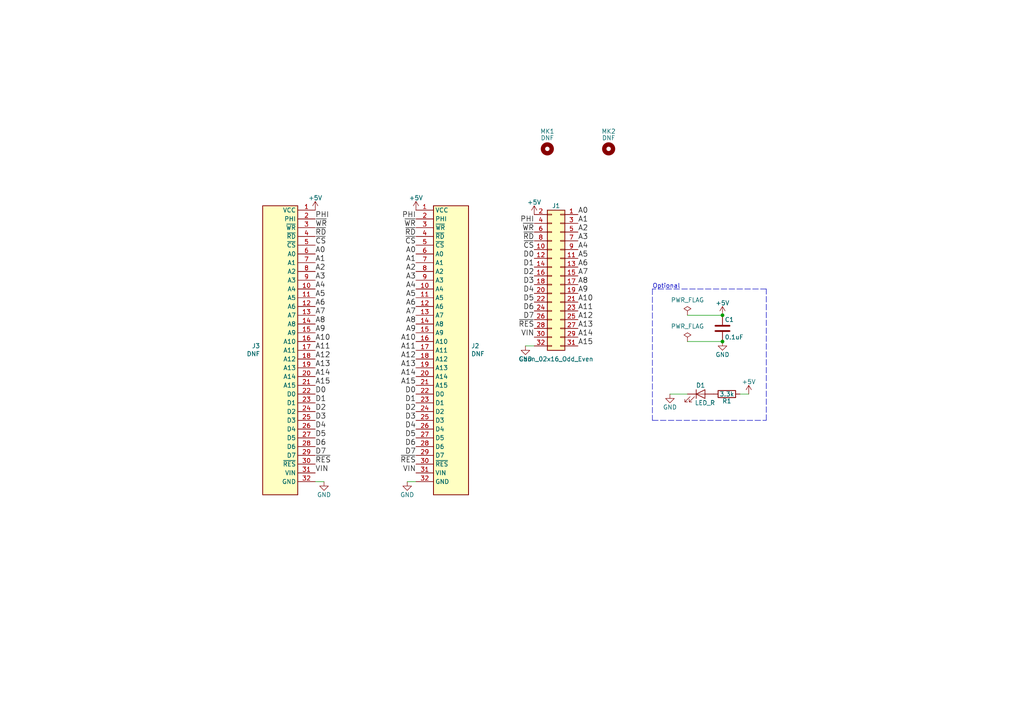
<source format=kicad_sch>
(kicad_sch (version 20211123) (generator eeschema)
  (paper "A4")
  (title_block (title "GB-BRK-CART") (rev "v4.0") (company "https://gekkio.fi"))
  (lib_symbols
    (symbol "Connector_Generic:Conn_02x16_Odd_Even" (pin_names (offset 1.016) hide)
      (property "Reference" "J" (at 1.27 20.32 0))
      (property "Value" "Conn_02x16_Odd_Even" (at 1.27 -22.86 0))
      (symbol "Conn_02x16_Odd_Even_1_1"
        (rectangle (start -1.27 -20.193) (end 0 -20.447) (stroke (width 0.1524)))
        (rectangle (start -1.27 -17.653) (end 0 -17.907) (stroke (width 0.1524)))
        (rectangle (start -1.27 -15.113) (end 0 -15.367) (stroke (width 0.1524)))
        (rectangle (start -1.27 -12.573) (end 0 -12.827) (stroke (width 0.1524)))
        (rectangle (start -1.27 -10.033) (end 0 -10.287) (stroke (width 0.1524)))
        (rectangle (start -1.27 -7.493) (end 0 -7.747) (stroke (width 0.1524)))
        (rectangle (start -1.27 -4.953) (end 0 -5.207) (stroke (width 0.1524)))
        (rectangle (start -1.27 -2.413) (end 0 -2.667) (stroke (width 0.1524)))
        (rectangle (start -1.27 0.127) (end 0 -0.127) (stroke (width 0.1524)))
        (rectangle (start -1.27 2.667) (end 0 2.413) (stroke (width 0.1524)))
        (rectangle (start -1.27 5.207) (end 0 4.953) (stroke (width 0.1524)))
        (rectangle (start -1.27 7.747) (end 0 7.493) (stroke (width 0.1524)))
        (rectangle (start -1.27 10.287) (end 0 10.033) (stroke (width 0.1524)))
        (rectangle (start -1.27 12.827) (end 0 12.573) (stroke (width 0.1524)))
        (rectangle (start -1.27 15.367) (end 0 15.113) (stroke (width 0.1524)))
        (rectangle (start -1.27 17.907) (end 0 17.653) (stroke (width 0.1524)))
        (rectangle (start -1.27 19.05) (end 3.81 -21.59) (stroke (width 0.254)) (fill (type background)))
        (rectangle (start 3.81 -20.193) (end 2.54 -20.447) (stroke (width 0.1524)))
        (rectangle (start 3.81 -17.653) (end 2.54 -17.907) (stroke (width 0.1524)))
        (rectangle (start 3.81 -15.113) (end 2.54 -15.367) (stroke (width 0.1524)))
        (rectangle (start 3.81 -12.573) (end 2.54 -12.827) (stroke (width 0.1524)))
        (rectangle (start 3.81 -10.033) (end 2.54 -10.287) (stroke (width 0.1524)))
        (rectangle (start 3.81 -7.493) (end 2.54 -7.747) (stroke (width 0.1524)))
        (rectangle (start 3.81 -4.953) (end 2.54 -5.207) (stroke (width 0.1524)))
        (rectangle (start 3.81 -2.413) (end 2.54 -2.667) (stroke (width 0.1524)))
        (rectangle (start 3.81 0.127) (end 2.54 -0.127) (stroke (width 0.1524)))
        (rectangle (start 3.81 2.667) (end 2.54 2.413) (stroke (width 0.1524)))
        (rectangle (start 3.81 5.207) (end 2.54 4.953) (stroke (width 0.1524)))
        (rectangle (start 3.81 7.747) (end 2.54 7.493) (stroke (width 0.1524)))
        (rectangle (start 3.81 10.287) (end 2.54 10.033) (stroke (width 0.1524)))
        (rectangle (start 3.81 12.827) (end 2.54 12.573) (stroke (width 0.1524)))
        (rectangle (start 3.81 15.367) (end 2.54 15.113) (stroke (width 0.1524)))
        (rectangle (start 3.81 17.907) (end 2.54 17.653) (stroke (width 0.1524)))
        (pin passive line (at -5.08 17.78 0) (length 3.81) (name "Pin_1") (number "1"))
        (pin passive line (at 7.62 7.62 180) (length 3.81) (name "Pin_10") (number "10"))
        (pin passive line (at -5.08 5.08 0) (length 3.81) (name "Pin_11") (number "11"))
        (pin passive line (at 7.62 5.08 180) (length 3.81) (name "Pin_12") (number "12"))
        (pin passive line (at -5.08 2.54 0) (length 3.81) (name "Pin_13") (number "13"))
        (pin passive line (at 7.62 2.54 180) (length 3.81) (name "Pin_14") (number "14"))
        (pin passive line (at -5.08 0 0) (length 3.81) (name "Pin_15") (number "15"))
        (pin passive line (at 7.62 0 180) (length 3.81) (name "Pin_16") (number "16"))
        (pin passive line (at -5.08 -2.54 0) (length 3.81) (name "Pin_17") (number "17"))
        (pin passive line (at 7.62 -2.54 180) (length 3.81) (name "Pin_18") (number "18"))
        (pin passive line (at -5.08 -5.08 0) (length 3.81) (name "Pin_19") (number "19"))
        (pin passive line (at 7.62 17.78 180) (length 3.81) (name "Pin_2") (number "2"))
        (pin passive line (at 7.62 -5.08 180) (length 3.81) (name "Pin_20") (number "20"))
        (pin passive line (at -5.08 -7.62 0) (length 3.81) (name "Pin_21") (number "21"))
        (pin passive line (at 7.62 -7.62 180) (length 3.81) (name "Pin_22") (number "22"))
        (pin passive line (at -5.08 -10.16 0) (length 3.81) (name "Pin_23") (number "23"))
        (pin passive line (at 7.62 -10.16 180) (length 3.81) (name "Pin_24") (number "24"))
        (pin passive line (at -5.08 -12.7 0) (length 3.81) (name "Pin_25") (number "25"))
        (pin passive line (at 7.62 -12.7 180) (length 3.81) (name "Pin_26") (number "26"))
        (pin passive line (at -5.08 -15.24 0) (length 3.81) (name "Pin_27") (number "27"))
        (pin passive line (at 7.62 -15.24 180) (length 3.81) (name "Pin_28") (number "28"))
        (pin passive line (at -5.08 -17.78 0) (length 3.81) (name "Pin_29") (number "29"))
        (pin passive line (at -5.08 15.24 0) (length 3.81) (name "Pin_3") (number "3"))
        (pin passive line (at 7.62 -17.78 180) (length 3.81) (name "Pin_30") (number "30"))
        (pin passive line (at -5.08 -20.32 0) (length 3.81) (name "Pin_31") (number "31"))
        (pin passive line (at 7.62 -20.32 180) (length 3.81) (name "Pin_32") (number "32"))
        (pin passive line (at 7.62 15.24 180) (length 3.81) (name "Pin_4") (number "4"))
        (pin passive line (at -5.08 12.7 0) (length 3.81) (name "Pin_5") (number "5"))
        (pin passive line (at 7.62 12.7 180) (length 3.81) (name "Pin_6") (number "6"))
        (pin passive line (at -5.08 10.16 0) (length 3.81) (name "Pin_7") (number "7"))
        (pin passive line (at 7.62 10.16 180) (length 3.81) (name "Pin_8") (number "8"))
        (pin passive line (at -5.08 7.62 0) (length 3.81) (name "Pin_9") (number "9"))
      )
    )
    (symbol "Device:C" (pin_numbers hide) (pin_names (offset 0.254))
      (property "Reference" "C" (at 0.635 2.54 0))
      (property "Value" "C" (at 0.635 -2.54 0))
      (symbol "C_0_1"
        (polyline (pts (xy -2.032 -0.762) (xy 2.032 -0.762)) (stroke (width 0.508)))
        (polyline (pts (xy -2.032 0.762) (xy 2.032 0.762)) (stroke (width 0.508)))
      )
      (symbol "C_1_1"
        (pin passive line (at 0 3.81 270) (length 2.794) (name "~") (number "1"))
        (pin passive line (at 0 -3.81 90) (length 2.794) (name "~") (number "2"))
      )
    )
    (symbol "Device:LED" (pin_numbers hide) (pin_names (offset 1.016) hide)
      (property "Reference" "D" (at 0 2.54 0))
      (property "Value" "LED" (at 0 -2.54 0))
      (symbol "LED_0_1"
        (polyline (pts (xy -1.27 -1.27) (xy -1.27 1.27)) (stroke (width 0.2032)))
        (polyline (pts (xy -1.27 0) (xy 1.27 0)))
        (polyline (pts (xy 1.27 -1.27) (xy 1.27 1.27) (xy -1.27 0) (xy 1.27 -1.27)) (stroke (width 0.2032)))
        (polyline (pts (xy -3.048 -0.762) (xy -4.572 -2.286) (xy -3.81 -2.286) (xy -4.572 -2.286) (xy -4.572 -1.524)))
        (polyline (pts (xy -1.778 -0.762) (xy -3.302 -2.286) (xy -2.54 -2.286) (xy -3.302 -2.286) (xy -3.302 -1.524)))
      )
      (symbol "LED_1_1"
        (pin passive line (at -3.81 0 0) (length 2.54) (name "K") (number "1"))
        (pin passive line (at 3.81 0 180) (length 2.54) (name "A") (number "2"))
      )
    )
    (symbol "Device:R" (pin_numbers hide) (pin_names (offset 0))
      (property "Reference" "R" (at 2.032 0 90))
      (property "Value" "R" (at 0 0 90))
      (symbol "R_0_1"
        (rectangle (start -1.016 -2.54) (end 1.016 2.54) (stroke (width 0.254)))
      )
      (symbol "R_1_1"
        (pin passive line (at 0 3.81 270) (length 1.27) (name "~") (number "1"))
        (pin passive line (at 0 -3.81 90) (length 1.27) (name "~") (number "2"))
      )
    )
    (symbol "Gekkio_Connector_Specialized:GameBoy_Cartridge"
      (property "Reference" "J" (at -2.54 43.18 0))
      (property "Value" "GameBoy_Cartridge" (at -2.54 -43.18 0))
      (symbol "GameBoy_Cartridge_0_1"
        (rectangle (start -5.08 41.91) (end 5.08 -41.91) (stroke (width 0.254)) (fill (type background)))
      )
      (symbol "GameBoy_Cartridge_1_1"
        (pin passive line (at -10.16 40.64 0) (length 5.08) (name "VCC") (number "1"))
        (pin passive line (at -10.16 17.78 0) (length 5.08) (name "A4") (number "10"))
        (pin passive line (at -10.16 15.24 0) (length 5.08) (name "A5") (number "11"))
        (pin passive line (at -10.16 12.7 0) (length 5.08) (name "A6") (number "12"))
        (pin passive line (at -10.16 10.16 0) (length 5.08) (name "A7") (number "13"))
        (pin passive line (at -10.16 7.62 0) (length 5.08) (name "A8") (number "14"))
        (pin passive line (at -10.16 5.08 0) (length 5.08) (name "A9") (number "15"))
        (pin passive line (at -10.16 2.54 0) (length 5.08) (name "A10") (number "16"))
        (pin passive line (at -10.16 0 0) (length 5.08) (name "A11") (number "17"))
        (pin passive line (at -10.16 -2.54 0) (length 5.08) (name "A12") (number "18"))
        (pin passive line (at -10.16 -5.08 0) (length 5.08) (name "A13") (number "19"))
        (pin passive line (at -10.16 38.1 0) (length 5.08) (name "PHI") (number "2"))
        (pin passive line (at -10.16 -7.62 0) (length 5.08) (name "A14") (number "20"))
        (pin passive line (at -10.16 -10.16 0) (length 5.08) (name "A15") (number "21"))
        (pin passive line (at -10.16 -12.7 0) (length 5.08) (name "D0") (number "22"))
        (pin passive line (at -10.16 -15.24 0) (length 5.08) (name "D1") (number "23"))
        (pin passive line (at -10.16 -17.78 0) (length 5.08) (name "D2") (number "24"))
        (pin passive line (at -10.16 -20.32 0) (length 5.08) (name "D3") (number "25"))
        (pin passive line (at -10.16 -22.86 0) (length 5.08) (name "D4") (number "26"))
        (pin passive line (at -10.16 -25.4 0) (length 5.08) (name "D5") (number "27"))
        (pin passive line (at -10.16 -27.94 0) (length 5.08) (name "D6") (number "28"))
        (pin passive line (at -10.16 -30.48 0) (length 5.08) (name "D7") (number "29"))
        (pin passive line (at -10.16 35.56 0) (length 5.08) (name "~{WR}") (number "3"))
        (pin passive line (at -10.16 -33.02 0) (length 5.08) (name "~{RES}") (number "30"))
        (pin passive line (at -10.16 -35.56 0) (length 5.08) (name "VIN") (number "31"))
        (pin passive line (at -10.16 -38.1 0) (length 5.08) (name "GND") (number "32"))
        (pin passive line (at -10.16 33.02 0) (length 5.08) (name "~{RD}") (number "4"))
        (pin passive line (at -10.16 30.48 0) (length 5.08) (name "~{CS}") (number "5"))
        (pin passive line (at -10.16 27.94 0) (length 5.08) (name "A0") (number "6"))
        (pin passive line (at -10.16 25.4 0) (length 5.08) (name "A1") (number "7"))
        (pin passive line (at -10.16 22.86 0) (length 5.08) (name "A2") (number "8"))
        (pin passive line (at -10.16 20.32 0) (length 5.08) (name "A3") (number "9"))
      )
    )
    (symbol "Mechanical:Mounting_Hole" (pin_names (offset 1.016))
      (property "Reference" "MK" (at 0 5.08 0))
      (property "Value" "Mounting_Hole" (at 0 3.175 0))
      (symbol "Mounting_Hole_0_1"
        (circle (center 0 0) (radius 1.27) (stroke (width 1.27)))
      )
    )
    (symbol "power:+5V" (power) (pin_names (offset 0))
      (property "Value" "+5V" (at 0 3.556 0))
      (symbol "+5V_0_1"
        (polyline (pts (xy -0.762 1.27) (xy 0 2.54)))
        (polyline (pts (xy 0 0) (xy 0 2.54)))
        (polyline (pts (xy 0 2.54) (xy 0.762 1.27)))
      )
      (symbol "+5V_1_1"
        (pin power_in line (at 0 0 90) (length 0) hide (name "+5V") (number "1"))
      )
    )
    (symbol "power:GND" (power) (pin_names (offset 0))
      (property "Value" "GND" (at 0 -3.81 0))
      (symbol "GND_0_1"
        (polyline (pts (xy 0 0) (xy 0 -1.27) (xy 1.27 -1.27) (xy 0 -2.54) (xy -1.27 -1.27) (xy 0 -1.27)))
      )
      (symbol "GND_1_1"
        (pin power_in line (at 0 0 270) (length 0) hide (name "GND") (number "1"))
      )
    )
    (symbol "power:PWR_FLAG" (power) (pin_numbers hide) (pin_names (offset 0) hide)
      (property "Value" "PWR_FLAG" (at 0 3.81 0))
      (symbol "PWR_FLAG_0_0"
        (pin power_out line (at 0 0 90) (length 0) (name "pwr") (number "1"))
      )
      (symbol "PWR_FLAG_0_1"
        (polyline (pts (xy 0 0) (xy 0 1.27) (xy -1.016 1.905) (xy 0 2.54) (xy 1.016 1.905) (xy 0 1.27)))
      )
    )
  )
  (junction (at 209.55 91.44))
  (junction (at 209.55 99.06))
  (wire (pts (xy 199.39 91.44) (xy 209.55 91.44)))
  (wire (pts (xy 152.4 100.33) (xy 154.94 100.33)))
  (polyline (pts (xy 189.23 121.92) (xy 222.25 121.92)))
  (polyline (pts (xy 222.25 83.82) (xy 189.23 83.82)))
  (polyline (pts (xy 189.23 83.82) (xy 189.23 121.92)))
  (wire (pts (xy 217.17 114.3) (xy 214.63 114.3)))
  (wire (pts (xy 118.11 139.7) (xy 120.65 139.7)))
  (wire (pts (xy 199.39 99.06) (xy 209.55 99.06)))
  (wire (pts (xy 199.39 114.3) (xy 194.31 114.3)))
  (wire (pts (xy 91.44 139.7) (xy 93.98 139.7)))
  (polyline (pts (xy 222.25 121.92) (xy 222.25 83.82)))
  (text "Optional" (at 189.23 83.82 0) (effects (font (size 1.27 1.27)) (justify left bottom)))
  (label "VIN" (at 91.44 137.16 0) (effects (font (size 1.524 1.524))))
  (label "A12" (at 167.64 92.71 0) (effects (font (size 1.524 1.524))))
  (label "A2" (at 120.65 78.74 180) (effects (font (size 1.524 1.524))))
  (label "D2" (at 120.65 119.38 180) (effects (font (size 1.524 1.524))))
  (label "A15" (at 120.65 111.76 180) (effects (font (size 1.524 1.524))))
  (label "A2" (at 167.64 67.31 0) (effects (font (size 1.524 1.524))))
  (label "VIN" (at 154.94 97.79 180) (effects (font (size 1.524 1.524))))
  (label "~{RD}" (at 154.94 69.85 180) (effects (font (size 1.524 1.524))))
  (label "A0" (at 120.65 73.66 180) (effects (font (size 1.524 1.524))))
  (label "D2" (at 154.94 80.01 180) (effects (font (size 1.524 1.524))))
  (label "D5" (at 154.94 87.63 180) (effects (font (size 1.524 1.524))))
  (label "A13" (at 120.65 106.68 180) (effects (font (size 1.524 1.524))))
  (label "D7" (at 120.65 132.08 180) (effects (font (size 1.524 1.524))))
  (label "D6" (at 154.94 90.17 180) (effects (font (size 1.524 1.524))))
  (label "~{RES}" (at 120.65 134.62 180) (effects (font (size 1.524 1.524))))
  (label "~{CS}" (at 154.94 72.39 180) (effects (font (size 1.524 1.524))))
  (label "A10" (at 91.44 99.06 0) (effects (font (size 1.524 1.524))))
  (label "A9" (at 120.65 96.52 180) (effects (font (size 1.524 1.524))))
  (label "A7" (at 91.44 91.44 0) (effects (font (size 1.524 1.524))))
  (label "D0" (at 91.44 114.3 0) (effects (font (size 1.524 1.524))))
  (label "A12" (at 120.65 104.14 180) (effects (font (size 1.524 1.524))))
  (label "A3" (at 120.65 81.28 180) (effects (font (size 1.524 1.524))))
  (label "A6" (at 120.65 88.9 180) (effects (font (size 1.524 1.524))))
  (label "A11" (at 167.64 90.17 0) (effects (font (size 1.524 1.524))))
  (label "D4" (at 91.44 124.46 0) (effects (font (size 1.524 1.524))))
  (label "A1" (at 91.44 76.2 0) (effects (font (size 1.524 1.524))))
  (label "A10" (at 167.64 87.63 0) (effects (font (size 1.524 1.524))))
  (label "A11" (at 120.65 101.6 180) (effects (font (size 1.524 1.524))))
  (label "A13" (at 91.44 106.68 0) (effects (font (size 1.524 1.524))))
  (label "A6" (at 167.64 77.47 0) (effects (font (size 1.524 1.524))))
  (label "D7" (at 91.44 132.08 0) (effects (font (size 1.524 1.524))))
  (label "A15" (at 167.64 100.33 0) (effects (font (size 1.524 1.524))))
  (label "D4" (at 120.65 124.46 180) (effects (font (size 1.524 1.524))))
  (label "A4" (at 91.44 83.82 0) (effects (font (size 1.524 1.524))))
  (label "A1" (at 167.64 64.77 0) (effects (font (size 1.524 1.524))))
  (label "A11" (at 91.44 101.6 0) (effects (font (size 1.524 1.524))))
  (label "VIN" (at 120.65 137.16 180) (effects (font (size 1.524 1.524))))
  (label "A1" (at 120.65 76.2 180) (effects (font (size 1.524 1.524))))
  (label "D2" (at 91.44 119.38 0) (effects (font (size 1.524 1.524))))
  (label "PHI" (at 154.94 64.77 180) (effects (font (size 1.524 1.524))))
  (label "A15" (at 91.44 111.76 0) (effects (font (size 1.524 1.524))))
  (label "D1" (at 91.44 116.84 0) (effects (font (size 1.524 1.524))))
  (label "~{WR}" (at 154.94 67.31 180) (effects (font (size 1.524 1.524))))
  (label "A0" (at 91.44 73.66 0) (effects (font (size 1.524 1.524))))
  (label "D3" (at 91.44 121.92 0) (effects (font (size 1.524 1.524))))
  (label "A5" (at 120.65 86.36 180) (effects (font (size 1.524 1.524))))
  (label "D5" (at 91.44 127 0) (effects (font (size 1.524 1.524))))
  (label "~{RD}" (at 120.65 68.58 180) (effects (font (size 1.524 1.524))))
  (label "~{RES}" (at 91.44 134.62 0) (effects (font (size 1.524 1.524))))
  (label "PHI" (at 91.44 63.5 0) (effects (font (size 1.524 1.524))))
  (label "A7" (at 167.64 80.01 0) (effects (font (size 1.524 1.524))))
  (label "D0" (at 120.65 114.3 180) (effects (font (size 1.524 1.524))))
  (label "D6" (at 91.44 129.54 0) (effects (font (size 1.524 1.524))))
  (label "D7" (at 154.94 92.71 180) (effects (font (size 1.524 1.524))))
  (label "A14" (at 167.64 97.79 0) (effects (font (size 1.524 1.524))))
  (label "A14" (at 91.44 109.22 0) (effects (font (size 1.524 1.524))))
  (label "PHI" (at 120.65 63.5 180) (effects (font (size 1.524 1.524))))
  (label "A4" (at 167.64 72.39 0) (effects (font (size 1.524 1.524))))
  (label "D1" (at 154.94 77.47 180) (effects (font (size 1.524 1.524))))
  (label "D5" (at 120.65 127 180) (effects (font (size 1.524 1.524))))
  (label "D3" (at 154.94 82.55 180) (effects (font (size 1.524 1.524))))
  (label "A13" (at 167.64 95.25 0) (effects (font (size 1.524 1.524))))
  (label "A7" (at 120.65 91.44 180) (effects (font (size 1.524 1.524))))
  (label "D6" (at 120.65 129.54 180) (effects (font (size 1.524 1.524))))
  (label "A5" (at 91.44 86.36 0) (effects (font (size 1.524 1.524))))
  (label "A6" (at 91.44 88.9 0) (effects (font (size 1.524 1.524))))
  (label "A5" (at 167.64 74.93 0) (effects (font (size 1.524 1.524))))
  (label "A8" (at 120.65 93.98 180) (effects (font (size 1.524 1.524))))
  (label "D3" (at 120.65 121.92 180) (effects (font (size 1.524 1.524))))
  (label "A3" (at 91.44 81.28 0) (effects (font (size 1.524 1.524))))
  (label "~{RD}" (at 91.44 68.58 0) (effects (font (size 1.524 1.524))))
  (label "~{RES}" (at 154.94 95.25 180) (effects (font (size 1.524 1.524))))
  (label "D0" (at 154.94 74.93 180) (effects (font (size 1.524 1.524))))
  (label "A2" (at 91.44 78.74 0) (effects (font (size 1.524 1.524))))
  (label "A0" (at 167.64 62.23 0) (effects (font (size 1.524 1.524))))
  (label "A8" (at 167.64 82.55 0) (effects (font (size 1.524 1.524))))
  (label "A4" (at 120.65 83.82 180) (effects (font (size 1.524 1.524))))
  (label "A12" (at 91.44 104.14 0) (effects (font (size 1.524 1.524))))
  (label "~{CS}" (at 120.65 71.12 180) (effects (font (size 1.524 1.524))))
  (label "A10" (at 120.65 99.06 180) (effects (font (size 1.524 1.524))))
  (label "D1" (at 120.65 116.84 180) (effects (font (size 1.524 1.524))))
  (label "~{CS}" (at 91.44 71.12 0) (effects (font (size 1.524 1.524))))
  (label "A8" (at 91.44 93.98 0) (effects (font (size 1.524 1.524))))
  (label "D4" (at 154.94 85.09 180) (effects (font (size 1.524 1.524))))
  (label "A14" (at 120.65 109.22 180) (effects (font (size 1.524 1.524))))
  (label "~{WR}" (at 91.44 66.04 0) (effects (font (size 1.524 1.524))))
  (label "A3" (at 167.64 69.85 0) (effects (font (size 1.524 1.524))))
  (label "A9" (at 91.44 96.52 0) (effects (font (size 1.524 1.524))))
  (label "~{WR}" (at 120.65 66.04 180) (effects (font (size 1.524 1.524))))
  (label "A9" (at 167.64 85.09 0) (effects (font (size 1.524 1.524))))
  (symbol (lib_id "Device:R") (at 210.82 114.3 270) (unit 1)
    (property "Reference" "R1" (at 210.82 116.332 90))
    (property "Value" "3.3k" (at 210.82 114.3 90))
    (property "Footprint" "Resistor_SMD:R_0603_1608Metric" (effects hide))
    (property "MFR" "Vishay" (effects hide))
    (property "MPN" "CRCW06033K30JNEB" (effects hide))
    (property "SPR" "Mouser" (effects hide))
    (property "SPN" "71-CRCW06033K30JNEB" (effects hide))
    (property "Rating" "1/10W 5%" (effects hide))
  )
  (symbol (lib_id "Device:LED") (at 203.2 114.3 0) (unit 1)
    (property "Reference" "D1" (at 203.2 111.76 0))
    (property "Value" "LED_R" (at 204.47 116.84 0))
    (property "Footprint" "LED_SMD:LED_0603_1608Metric" (effects hide))
    (property "MFR" "Wurth Electronics" (effects hide))
    (property "MPN" "150060SS75000" (effects hide))
    (property "SPR" "Mouser" (effects hide))
    (property "SPN" "710-150060SS75000" (effects hide))
  )
  (symbol (lib_id "power:+5V") (at 120.65 60.96 0) (unit 1)
    (property "Reference" "#PWR01" (effects hide))
    (property "Value" "+5V" (at 120.65 57.404 0))
  )
  (symbol (lib_id "power:GND") (at 209.55 99.06 0) (unit 1)
    (property "Reference" "#PWR03" (effects hide))
    (property "Value" "GND" (at 209.55 102.87 0))
  )
  (symbol (lib_id "power:+5V") (at 209.55 91.44 0) (unit 1)
    (property "Reference" "#PWR06" (effects hide))
    (property "Value" "+5V" (at 209.55 87.884 0))
  )
  (symbol (lib_id "Connector_Generic:Conn_02x16_Odd_Even") (at 162.56 80.01 0) (mirror y) (unit 1)
    (property "Reference" "J1" (at 161.29 59.69 0))
    (property "Value" "Conn_02x16_Odd_Even" (at 161.29 104.14 0))
    (property "Footprint" "Connector_PinHeader_2.54mm:PinHeader_2x16_P2.54mm_Vertical_SMD" (effects hide))
    (property "MFR" "Molex" (effects hide))
    (property "MPN" "15-91-0800" (effects hide))
    (property "SPR" "Mouser" (effects hide))
    (property "SPN" "538-15-91-0800" (effects hide))
  )
  (symbol (lib_id "power:+5V") (at 154.94 62.23 0) (unit 1)
    (property "Reference" "#PWR04" (effects hide))
    (property "Value" "+5V" (at 154.94 58.674 0))
  )
  (symbol (lib_id "power:GND") (at 194.31 114.3 0) (unit 1)
    (property "Reference" "#PWR07" (effects hide))
    (property "Value" "GND" (at 194.31 118.11 0))
  )
  (symbol (lib_id "Mechanical:Mounting_Hole") (at 158.75 43.18 0) (unit 1)
    (property "Reference" "MK1" (at 158.75 38.1 0))
    (property "Value" "DNF" (at 158.75 40.005 0))
    (property "Footprint" "Gekkio_MountingHole:MountingHole_7.2mm" (effects hide))
  )
  (symbol (lib_id "Mechanical:Mounting_Hole") (at 176.53 43.18 0) (unit 1)
    (property "Reference" "MK2" (at 176.53 38.1 0))
    (property "Value" "DNF" (at 176.53 40.005 0))
    (property "Footprint" "Gekkio_MountingHole:MountingHole_2.3mm" (effects hide))
  )
  (symbol (lib_id "power:+5V") (at 217.17 114.3 0) (unit 1)
    (property "Reference" "#PWR05" (effects hide))
    (property "Value" "+5V" (at 217.17 110.744 0))
  )
  (symbol (lib_id "Gekkio_Connector_Specialized:GameBoy_Cartridge") (at 130.81 101.6 0) (unit 1)
    (property "Reference" "J2" (at 136.652 100.33 0) (effects (justify left)))
    (property "Value" "DNF" (at 136.652 102.6414 0) (effects (justify left)))
    (property "Footprint" "Gekkio_Connector_PCBEdge:GameBoy_Cartridge_1x32_P1.50mm_Edge" (effects hide))
  )
  (symbol (lib_id "Device:C") (at 209.55 95.25 0) (unit 1)
    (property "Reference" "C1" (at 210.185 92.71 0) (effects (justify left)))
    (property "Value" "0.1uF" (at 210.185 97.79 0) (effects (justify left)))
    (property "Footprint" "Capacitor_SMD:C_0603_1608Metric" (effects hide))
    (property "MFR" "AVX" (effects hide))
    (property "MPN" "06035C104KAT4A" (effects hide))
    (property "SPR" "Mouser" (effects hide))
    (property "SPN" "581-06035C104KAT4A" (effects hide))
    (property "Rating" "16V X5R" (effects hide))
  )
  (symbol (lib_id "power:PWR_FLAG") (at 199.39 91.44 0) (unit 1)
    (property "Reference" "#FLG0101" (effects hide))
    (property "Value" "PWR_FLAG" (at 199.39 87.0204 0))
  )
  (symbol (lib_id "power:PWR_FLAG") (at 199.39 99.06 0) (unit 1)
    (property "Reference" "#FLG0102" (effects hide))
    (property "Value" "PWR_FLAG" (at 199.39 94.6404 0))
  )
  (symbol (lib_id "Gekkio_Connector_Specialized:GameBoy_Cartridge") (at 81.28 101.6 0) (mirror y) (unit 1)
    (property "Reference" "J3" (at 75.438 100.33 0) (effects (justify left)))
    (property "Value" "DNF" (at 75.438 102.6414 0) (effects (justify left)))
    (property "Footprint" "interposer:GameBoy_Cartridge_DSLite_1x32_P1.50mm_Socket_Horizontal" (effects hide))
  )
  (symbol (lib_id "power:GND") (at 118.11 139.7 0) (unit 1)
    (property "Reference" "#PWR0102" (effects hide))
    (property "Value" "GND" (at 118.11 143.51 0))
  )
  (symbol (lib_id "power:+5V") (at 91.44 60.96 0) (mirror y) (unit 1)
    (property "Reference" "#PWR0104" (effects hide))
    (property "Value" "+5V" (at 91.44 57.404 0))
  )
  (symbol (lib_id "power:GND") (at 152.4 100.33 0) (unit 1)
    (property "Reference" "#PWR0101" (effects hide))
    (property "Value" "GND" (at 152.4 104.14 0))
  )
  (symbol (lib_id "power:GND") (at 93.98 139.7 0) (mirror y) (unit 1)
    (property "Reference" "#PWR0103" (effects hide))
    (property "Value" "GND" (at 93.98 143.51 0))
  )
)
</source>
